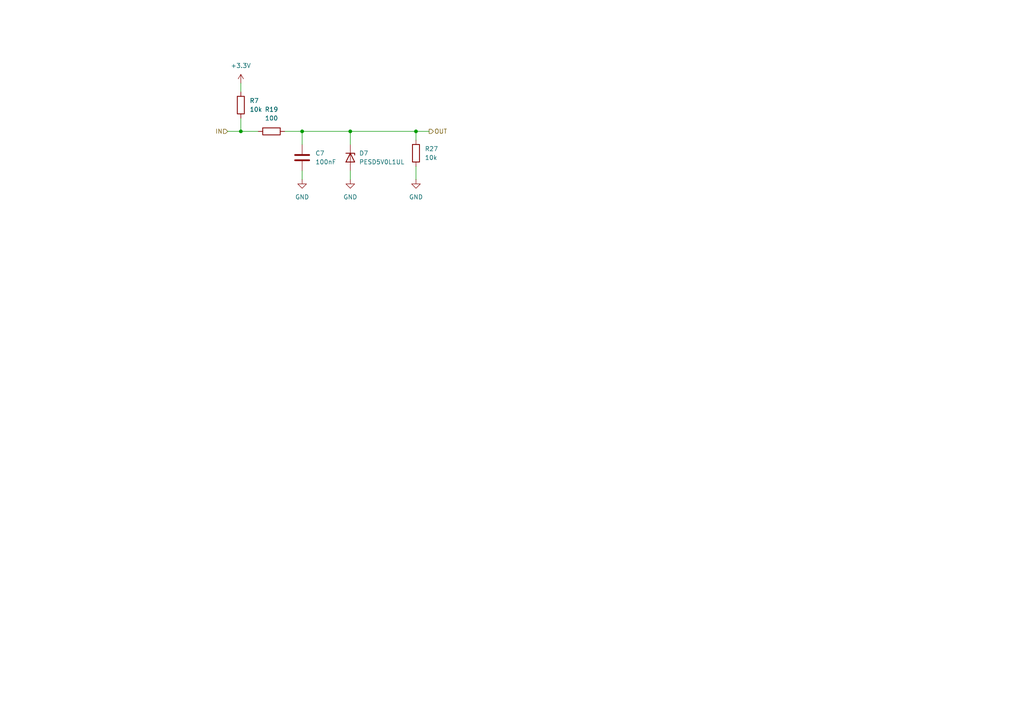
<source format=kicad_sch>
(kicad_sch
	(version 20250114)
	(generator "eeschema")
	(generator_version "9.0")
	(uuid "ee6ccbaf-746a-48cf-a995-1f83cf2486d0")
	(paper "A4")
	(lib_symbols
		(symbol "Device:C"
			(pin_numbers
				(hide yes)
			)
			(pin_names
				(offset 0.254)
			)
			(exclude_from_sim no)
			(in_bom yes)
			(on_board yes)
			(property "Reference" "C"
				(at 0.635 2.54 0)
				(effects
					(font
						(size 1.27 1.27)
					)
					(justify left)
				)
			)
			(property "Value" "C"
				(at 0.635 -2.54 0)
				(effects
					(font
						(size 1.27 1.27)
					)
					(justify left)
				)
			)
			(property "Footprint" ""
				(at 0.9652 -3.81 0)
				(effects
					(font
						(size 1.27 1.27)
					)
					(hide yes)
				)
			)
			(property "Datasheet" "~"
				(at 0 0 0)
				(effects
					(font
						(size 1.27 1.27)
					)
					(hide yes)
				)
			)
			(property "Description" "Unpolarized capacitor"
				(at 0 0 0)
				(effects
					(font
						(size 1.27 1.27)
					)
					(hide yes)
				)
			)
			(property "ki_keywords" "cap capacitor"
				(at 0 0 0)
				(effects
					(font
						(size 1.27 1.27)
					)
					(hide yes)
				)
			)
			(property "ki_fp_filters" "C_*"
				(at 0 0 0)
				(effects
					(font
						(size 1.27 1.27)
					)
					(hide yes)
				)
			)
			(symbol "C_0_1"
				(polyline
					(pts
						(xy -2.032 0.762) (xy 2.032 0.762)
					)
					(stroke
						(width 0.508)
						(type default)
					)
					(fill
						(type none)
					)
				)
				(polyline
					(pts
						(xy -2.032 -0.762) (xy 2.032 -0.762)
					)
					(stroke
						(width 0.508)
						(type default)
					)
					(fill
						(type none)
					)
				)
			)
			(symbol "C_1_1"
				(pin passive line
					(at 0 3.81 270)
					(length 2.794)
					(name "~"
						(effects
							(font
								(size 1.27 1.27)
							)
						)
					)
					(number "1"
						(effects
							(font
								(size 1.27 1.27)
							)
						)
					)
				)
				(pin passive line
					(at 0 -3.81 90)
					(length 2.794)
					(name "~"
						(effects
							(font
								(size 1.27 1.27)
							)
						)
					)
					(number "2"
						(effects
							(font
								(size 1.27 1.27)
							)
						)
					)
				)
			)
			(embedded_fonts no)
		)
		(symbol "Device:R"
			(pin_numbers
				(hide yes)
			)
			(pin_names
				(offset 0)
			)
			(exclude_from_sim no)
			(in_bom yes)
			(on_board yes)
			(property "Reference" "R"
				(at 2.032 0 90)
				(effects
					(font
						(size 1.27 1.27)
					)
				)
			)
			(property "Value" "R"
				(at 0 0 90)
				(effects
					(font
						(size 1.27 1.27)
					)
				)
			)
			(property "Footprint" ""
				(at -1.778 0 90)
				(effects
					(font
						(size 1.27 1.27)
					)
					(hide yes)
				)
			)
			(property "Datasheet" "~"
				(at 0 0 0)
				(effects
					(font
						(size 1.27 1.27)
					)
					(hide yes)
				)
			)
			(property "Description" "Resistor"
				(at 0 0 0)
				(effects
					(font
						(size 1.27 1.27)
					)
					(hide yes)
				)
			)
			(property "ki_keywords" "R res resistor"
				(at 0 0 0)
				(effects
					(font
						(size 1.27 1.27)
					)
					(hide yes)
				)
			)
			(property "ki_fp_filters" "R_*"
				(at 0 0 0)
				(effects
					(font
						(size 1.27 1.27)
					)
					(hide yes)
				)
			)
			(symbol "R_0_1"
				(rectangle
					(start -1.016 -2.54)
					(end 1.016 2.54)
					(stroke
						(width 0.254)
						(type default)
					)
					(fill
						(type none)
					)
				)
			)
			(symbol "R_1_1"
				(pin passive line
					(at 0 3.81 270)
					(length 1.27)
					(name "~"
						(effects
							(font
								(size 1.27 1.27)
							)
						)
					)
					(number "1"
						(effects
							(font
								(size 1.27 1.27)
							)
						)
					)
				)
				(pin passive line
					(at 0 -3.81 90)
					(length 1.27)
					(name "~"
						(effects
							(font
								(size 1.27 1.27)
							)
						)
					)
					(number "2"
						(effects
							(font
								(size 1.27 1.27)
							)
						)
					)
				)
			)
			(embedded_fonts no)
		)
		(symbol "Diode:PESD5V0L1UL"
			(pin_numbers
				(hide yes)
			)
			(pin_names
				(hide yes)
			)
			(exclude_from_sim no)
			(in_bom yes)
			(on_board yes)
			(property "Reference" "D"
				(at 0 2.54 0)
				(effects
					(font
						(size 1.27 1.27)
					)
				)
			)
			(property "Value" "PESD5V0L1UL"
				(at 0 -2.54 0)
				(effects
					(font
						(size 1.27 1.27)
					)
				)
			)
			(property "Footprint" "Diode_SMD:D_SOD-882"
				(at 0 -5.08 0)
				(effects
					(font
						(size 1.27 1.27)
					)
					(hide yes)
				)
			)
			(property "Datasheet" "https://assets.nexperia.com/documents/data-sheet/PESD5V0L1UL.pdf"
				(at 0 5.08 0)
				(effects
					(font
						(size 1.27 1.27)
					)
					(hide yes)
				)
			)
			(property "Description" "Low capacitance unidirectional ESD protection diode, 5V, SOD-882"
				(at 0 7.62 0)
				(effects
					(font
						(size 1.27 1.27)
					)
					(hide yes)
				)
			)
			(property "ki_keywords" "diode"
				(at 0 0 0)
				(effects
					(font
						(size 1.27 1.27)
					)
					(hide yes)
				)
			)
			(property "ki_fp_filters" "D*SOD?882"
				(at 0 0 0)
				(effects
					(font
						(size 1.27 1.27)
					)
					(hide yes)
				)
			)
			(symbol "PESD5V0L1UL_0_1"
				(polyline
					(pts
						(xy -1.27 -1.27) (xy -1.27 1.27) (xy -0.762 1.27)
					)
					(stroke
						(width 0.254)
						(type default)
					)
					(fill
						(type none)
					)
				)
				(polyline
					(pts
						(xy 1.27 0) (xy -1.27 0)
					)
					(stroke
						(width 0)
						(type default)
					)
					(fill
						(type none)
					)
				)
				(polyline
					(pts
						(xy 1.27 -1.27) (xy 1.27 1.27) (xy -1.27 0) (xy 1.27 -1.27)
					)
					(stroke
						(width 0.254)
						(type default)
					)
					(fill
						(type none)
					)
				)
			)
			(symbol "PESD5V0L1UL_1_1"
				(pin passive line
					(at -3.81 0 0)
					(length 2.54)
					(name "K"
						(effects
							(font
								(size 1.27 1.27)
							)
						)
					)
					(number "1"
						(effects
							(font
								(size 1.27 1.27)
							)
						)
					)
				)
				(pin passive line
					(at 3.81 0 180)
					(length 2.54)
					(name "A"
						(effects
							(font
								(size 1.27 1.27)
							)
						)
					)
					(number "2"
						(effects
							(font
								(size 1.27 1.27)
							)
						)
					)
				)
			)
			(embedded_fonts no)
		)
		(symbol "power:+3.3V"
			(power)
			(pin_numbers
				(hide yes)
			)
			(pin_names
				(offset 0)
				(hide yes)
			)
			(exclude_from_sim no)
			(in_bom yes)
			(on_board yes)
			(property "Reference" "#PWR"
				(at 0 -3.81 0)
				(effects
					(font
						(size 1.27 1.27)
					)
					(hide yes)
				)
			)
			(property "Value" "+3.3V"
				(at 0 3.556 0)
				(effects
					(font
						(size 1.27 1.27)
					)
				)
			)
			(property "Footprint" ""
				(at 0 0 0)
				(effects
					(font
						(size 1.27 1.27)
					)
					(hide yes)
				)
			)
			(property "Datasheet" ""
				(at 0 0 0)
				(effects
					(font
						(size 1.27 1.27)
					)
					(hide yes)
				)
			)
			(property "Description" "Power symbol creates a global label with name \"+3.3V\""
				(at 0 0 0)
				(effects
					(font
						(size 1.27 1.27)
					)
					(hide yes)
				)
			)
			(property "ki_keywords" "global power"
				(at 0 0 0)
				(effects
					(font
						(size 1.27 1.27)
					)
					(hide yes)
				)
			)
			(symbol "+3.3V_0_1"
				(polyline
					(pts
						(xy -0.762 1.27) (xy 0 2.54)
					)
					(stroke
						(width 0)
						(type default)
					)
					(fill
						(type none)
					)
				)
				(polyline
					(pts
						(xy 0 2.54) (xy 0.762 1.27)
					)
					(stroke
						(width 0)
						(type default)
					)
					(fill
						(type none)
					)
				)
				(polyline
					(pts
						(xy 0 0) (xy 0 2.54)
					)
					(stroke
						(width 0)
						(type default)
					)
					(fill
						(type none)
					)
				)
			)
			(symbol "+3.3V_1_1"
				(pin power_in line
					(at 0 0 90)
					(length 0)
					(name "~"
						(effects
							(font
								(size 1.27 1.27)
							)
						)
					)
					(number "1"
						(effects
							(font
								(size 1.27 1.27)
							)
						)
					)
				)
			)
			(embedded_fonts no)
		)
		(symbol "power:GND"
			(power)
			(pin_numbers
				(hide yes)
			)
			(pin_names
				(offset 0)
				(hide yes)
			)
			(exclude_from_sim no)
			(in_bom yes)
			(on_board yes)
			(property "Reference" "#PWR"
				(at 0 -6.35 0)
				(effects
					(font
						(size 1.27 1.27)
					)
					(hide yes)
				)
			)
			(property "Value" "GND"
				(at 0 -3.81 0)
				(effects
					(font
						(size 1.27 1.27)
					)
				)
			)
			(property "Footprint" ""
				(at 0 0 0)
				(effects
					(font
						(size 1.27 1.27)
					)
					(hide yes)
				)
			)
			(property "Datasheet" ""
				(at 0 0 0)
				(effects
					(font
						(size 1.27 1.27)
					)
					(hide yes)
				)
			)
			(property "Description" "Power symbol creates a global label with name \"GND\" , ground"
				(at 0 0 0)
				(effects
					(font
						(size 1.27 1.27)
					)
					(hide yes)
				)
			)
			(property "ki_keywords" "global power"
				(at 0 0 0)
				(effects
					(font
						(size 1.27 1.27)
					)
					(hide yes)
				)
			)
			(symbol "GND_0_1"
				(polyline
					(pts
						(xy 0 0) (xy 0 -1.27) (xy 1.27 -1.27) (xy 0 -2.54) (xy -1.27 -1.27) (xy 0 -1.27)
					)
					(stroke
						(width 0)
						(type default)
					)
					(fill
						(type none)
					)
				)
			)
			(symbol "GND_1_1"
				(pin power_in line
					(at 0 0 270)
					(length 0)
					(name "~"
						(effects
							(font
								(size 1.27 1.27)
							)
						)
					)
					(number "1"
						(effects
							(font
								(size 1.27 1.27)
							)
						)
					)
				)
			)
			(embedded_fonts no)
		)
	)
	(junction
		(at 101.6 38.1)
		(diameter 0)
		(color 0 0 0 0)
		(uuid "04d3dd8c-d86f-4de4-818f-d87717b8bc7a")
	)
	(junction
		(at 87.63 38.1)
		(diameter 0)
		(color 0 0 0 0)
		(uuid "7614bf89-de36-4e3a-a16d-7ed2f0e375d6")
	)
	(junction
		(at 69.85 38.1)
		(diameter 0)
		(color 0 0 0 0)
		(uuid "7a4fbc4a-6e98-493d-a38a-432f80367c13")
	)
	(junction
		(at 120.65 38.1)
		(diameter 0)
		(color 0 0 0 0)
		(uuid "f40e41d6-d888-48ee-b998-ac2a926e36a3")
	)
	(wire
		(pts
			(xy 87.63 49.53) (xy 87.63 52.07)
		)
		(stroke
			(width 0)
			(type default)
		)
		(uuid "16b004e5-025e-4795-bb97-f3ef40c5b159")
	)
	(wire
		(pts
			(xy 120.65 38.1) (xy 120.65 40.64)
		)
		(stroke
			(width 0)
			(type default)
		)
		(uuid "20d10a54-8e6b-47c9-a93c-1ca37a2900c0")
	)
	(wire
		(pts
			(xy 101.6 49.53) (xy 101.6 52.07)
		)
		(stroke
			(width 0)
			(type default)
		)
		(uuid "2bf37922-e170-460e-97ff-b10e618ce9b9")
	)
	(wire
		(pts
			(xy 87.63 38.1) (xy 87.63 41.91)
		)
		(stroke
			(width 0)
			(type default)
		)
		(uuid "360f0a2d-eefa-4f89-b58d-1d813c1d7315")
	)
	(wire
		(pts
			(xy 66.04 38.1) (xy 69.85 38.1)
		)
		(stroke
			(width 0)
			(type default)
		)
		(uuid "4f871dec-7940-4634-972a-b8fdf2449502")
	)
	(wire
		(pts
			(xy 101.6 38.1) (xy 120.65 38.1)
		)
		(stroke
			(width 0)
			(type default)
		)
		(uuid "948bb5fe-e4eb-4f4c-90f1-637b85eec646")
	)
	(wire
		(pts
			(xy 82.55 38.1) (xy 87.63 38.1)
		)
		(stroke
			(width 0)
			(type default)
		)
		(uuid "9ec42aac-3f45-46ef-8129-87b6b124c18f")
	)
	(wire
		(pts
			(xy 120.65 48.26) (xy 120.65 52.07)
		)
		(stroke
			(width 0)
			(type default)
		)
		(uuid "a97bc722-d7b1-42ca-b0d0-7dd480562c49")
	)
	(wire
		(pts
			(xy 120.65 38.1) (xy 124.46 38.1)
		)
		(stroke
			(width 0)
			(type default)
		)
		(uuid "af42ddd3-8deb-4465-bf5a-20d62a9b0fde")
	)
	(wire
		(pts
			(xy 69.85 24.13) (xy 69.85 26.67)
		)
		(stroke
			(width 0)
			(type default)
		)
		(uuid "c65eb932-3dc9-407c-a148-af0f156fadfc")
	)
	(wire
		(pts
			(xy 101.6 38.1) (xy 101.6 41.91)
		)
		(stroke
			(width 0)
			(type default)
		)
		(uuid "ca8a9b8f-a6a7-4016-895e-242e85990048")
	)
	(wire
		(pts
			(xy 69.85 38.1) (xy 69.85 34.29)
		)
		(stroke
			(width 0)
			(type default)
		)
		(uuid "d1f206a7-8de4-4526-be87-37c6b621ee10")
	)
	(wire
		(pts
			(xy 74.93 38.1) (xy 69.85 38.1)
		)
		(stroke
			(width 0)
			(type default)
		)
		(uuid "dfd397e8-b79d-4bd1-89ef-8e78aaf463e2")
	)
	(wire
		(pts
			(xy 87.63 38.1) (xy 101.6 38.1)
		)
		(stroke
			(width 0)
			(type default)
		)
		(uuid "f129f7be-69b6-40cc-981c-b19295ff486e")
	)
	(hierarchical_label "IN"
		(shape input)
		(at 66.04 38.1 180)
		(effects
			(font
				(size 1.27 1.27)
			)
			(justify right)
		)
		(uuid "6f5f0a95-08fb-4911-954e-c876e0bfc6d5")
	)
	(hierarchical_label "OUT"
		(shape output)
		(at 124.46 38.1 0)
		(effects
			(font
				(size 1.27 1.27)
			)
			(justify left)
		)
		(uuid "982f16d0-39e7-4185-9084-8e7f818c5cf5")
	)
	(symbol
		(lib_id "Device:R")
		(at 69.85 30.48 0)
		(unit 1)
		(exclude_from_sim no)
		(in_bom yes)
		(on_board yes)
		(dnp no)
		(fields_autoplaced yes)
		(uuid "007325ba-af6e-4fed-bf7a-496921eb6ffd")
		(property "Reference" "R1"
			(at 72.39 29.2099 0)
			(effects
				(font
					(size 1.27 1.27)
				)
				(justify left)
			)
		)
		(property "Value" "10k"
			(at 72.39 31.7499 0)
			(effects
				(font
					(size 1.27 1.27)
				)
				(justify left)
			)
		)
		(property "Footprint" "Resistor_SMD:R_0603_1608Metric"
			(at 68.072 30.48 90)
			(effects
				(font
					(size 1.27 1.27)
				)
				(hide yes)
			)
		)
		(property "Datasheet" "~"
			(at 69.85 30.48 0)
			(effects
				(font
					(size 1.27 1.27)
				)
				(hide yes)
			)
		)
		(property "Description" "Resistor"
			(at 69.85 30.48 0)
			(effects
				(font
					(size 1.27 1.27)
				)
				(hide yes)
			)
		)
		(pin "2"
			(uuid "7639b890-c075-4b54-b169-746876b7d664")
		)
		(pin "1"
			(uuid "6941dbbc-2e90-4ee1-8111-7277dde5049f")
		)
		(instances
			(project ""
				(path "/1b977d99-1d22-4971-9e37-13f65a474bc7/be4a5a19-382f-465e-8ce7-b4d36dda7d2a/498ee43e-cb17-4bcb-97c5-78d25d4a76d9"
					(reference "R7")
					(unit 1)
				)
				(path "/1b977d99-1d22-4971-9e37-13f65a474bc7/be4a5a19-382f-465e-8ce7-b4d36dda7d2a/63227406-7c3d-4285-83a6-b42f83ceff6b"
					(reference "R2")
					(unit 1)
				)
				(path "/1b977d99-1d22-4971-9e37-13f65a474bc7/be4a5a19-382f-465e-8ce7-b4d36dda7d2a/79e0d816-1df9-4317-b364-7dca1077c0d3"
					(reference "R5")
					(unit 1)
				)
				(path "/1b977d99-1d22-4971-9e37-13f65a474bc7/be4a5a19-382f-465e-8ce7-b4d36dda7d2a/7bcfcb45-1e59-442b-9b75-6f4c16a8f83c"
					(reference "R4")
					(unit 1)
				)
				(path "/1b977d99-1d22-4971-9e37-13f65a474bc7/be4a5a19-382f-465e-8ce7-b4d36dda7d2a/8d930a81-6f29-4b62-9f3d-3538f0be8ed0"
					(reference "R6")
					(unit 1)
				)
				(path "/1b977d99-1d22-4971-9e37-13f65a474bc7/be4a5a19-382f-465e-8ce7-b4d36dda7d2a/a7a86acf-c198-486e-a42b-273da68a112d"
					(reference "R3")
					(unit 1)
				)
				(path "/1b977d99-1d22-4971-9e37-13f65a474bc7/be4a5a19-382f-465e-8ce7-b4d36dda7d2a/c68ead41-e356-4f95-bd9f-b2af4554166d"
					(reference "R1")
					(unit 1)
				)
			)
		)
	)
	(symbol
		(lib_id "power:+3.3V")
		(at 69.85 24.13 0)
		(unit 1)
		(exclude_from_sim no)
		(in_bom yes)
		(on_board yes)
		(dnp no)
		(fields_autoplaced yes)
		(uuid "2226ba7c-d55d-408e-8398-cfe2c88f9016")
		(property "Reference" "#PWR019"
			(at 69.85 27.94 0)
			(effects
				(font
					(size 1.27 1.27)
				)
				(hide yes)
			)
		)
		(property "Value" "+3.3V"
			(at 69.85 19.05 0)
			(effects
				(font
					(size 1.27 1.27)
				)
			)
		)
		(property "Footprint" ""
			(at 69.85 24.13 0)
			(effects
				(font
					(size 1.27 1.27)
				)
				(hide yes)
			)
		)
		(property "Datasheet" ""
			(at 69.85 24.13 0)
			(effects
				(font
					(size 1.27 1.27)
				)
				(hide yes)
			)
		)
		(property "Description" "Power symbol creates a global label with name \"+3.3V\""
			(at 69.85 24.13 0)
			(effects
				(font
					(size 1.27 1.27)
				)
				(hide yes)
			)
		)
		(pin "1"
			(uuid "0080a89a-7fc7-4d6c-b868-6fad57345dbb")
		)
		(instances
			(project ""
				(path "/1b977d99-1d22-4971-9e37-13f65a474bc7/be4a5a19-382f-465e-8ce7-b4d36dda7d2a/498ee43e-cb17-4bcb-97c5-78d25d4a76d9"
					(reference "#PWR025")
					(unit 1)
				)
				(path "/1b977d99-1d22-4971-9e37-13f65a474bc7/be4a5a19-382f-465e-8ce7-b4d36dda7d2a/63227406-7c3d-4285-83a6-b42f83ceff6b"
					(reference "#PWR020")
					(unit 1)
				)
				(path "/1b977d99-1d22-4971-9e37-13f65a474bc7/be4a5a19-382f-465e-8ce7-b4d36dda7d2a/79e0d816-1df9-4317-b364-7dca1077c0d3"
					(reference "#PWR023")
					(unit 1)
				)
				(path "/1b977d99-1d22-4971-9e37-13f65a474bc7/be4a5a19-382f-465e-8ce7-b4d36dda7d2a/7bcfcb45-1e59-442b-9b75-6f4c16a8f83c"
					(reference "#PWR022")
					(unit 1)
				)
				(path "/1b977d99-1d22-4971-9e37-13f65a474bc7/be4a5a19-382f-465e-8ce7-b4d36dda7d2a/8d930a81-6f29-4b62-9f3d-3538f0be8ed0"
					(reference "#PWR024")
					(unit 1)
				)
				(path "/1b977d99-1d22-4971-9e37-13f65a474bc7/be4a5a19-382f-465e-8ce7-b4d36dda7d2a/a7a86acf-c198-486e-a42b-273da68a112d"
					(reference "#PWR021")
					(unit 1)
				)
				(path "/1b977d99-1d22-4971-9e37-13f65a474bc7/be4a5a19-382f-465e-8ce7-b4d36dda7d2a/c68ead41-e356-4f95-bd9f-b2af4554166d"
					(reference "#PWR019")
					(unit 1)
				)
			)
		)
	)
	(symbol
		(lib_id "Diode:PESD5V0L1UL")
		(at 101.6 45.72 270)
		(unit 1)
		(exclude_from_sim no)
		(in_bom yes)
		(on_board yes)
		(dnp no)
		(fields_autoplaced yes)
		(uuid "47406610-ad53-496a-b323-bf2e318c7d08")
		(property "Reference" "D1"
			(at 104.14 44.4499 90)
			(effects
				(font
					(size 1.27 1.27)
				)
				(justify left)
			)
		)
		(property "Value" "PESD5V0L1UL"
			(at 104.14 46.9899 90)
			(effects
				(font
					(size 1.27 1.27)
				)
				(justify left)
			)
		)
		(property "Footprint" "Diode_SMD:D_SOD-882"
			(at 96.52 45.72 0)
			(effects
				(font
					(size 1.27 1.27)
				)
				(hide yes)
			)
		)
		(property "Datasheet" "https://assets.nexperia.com/documents/data-sheet/PESD5V0L1UL.pdf"
			(at 106.68 45.72 0)
			(effects
				(font
					(size 1.27 1.27)
				)
				(hide yes)
			)
		)
		(property "Description" "Low capacitance unidirectional ESD protection diode, 5V, SOD-882"
			(at 109.22 45.72 0)
			(effects
				(font
					(size 1.27 1.27)
				)
				(hide yes)
			)
		)
		(pin "2"
			(uuid "7ce03815-dd2e-4057-9ec0-ee681c86b9a9")
		)
		(pin "1"
			(uuid "40166b33-a66f-4a33-a812-512c79c2c29f")
		)
		(instances
			(project ""
				(path "/1b977d99-1d22-4971-9e37-13f65a474bc7/be4a5a19-382f-465e-8ce7-b4d36dda7d2a/498ee43e-cb17-4bcb-97c5-78d25d4a76d9"
					(reference "D7")
					(unit 1)
				)
				(path "/1b977d99-1d22-4971-9e37-13f65a474bc7/be4a5a19-382f-465e-8ce7-b4d36dda7d2a/63227406-7c3d-4285-83a6-b42f83ceff6b"
					(reference "D2")
					(unit 1)
				)
				(path "/1b977d99-1d22-4971-9e37-13f65a474bc7/be4a5a19-382f-465e-8ce7-b4d36dda7d2a/79e0d816-1df9-4317-b364-7dca1077c0d3"
					(reference "D5")
					(unit 1)
				)
				(path "/1b977d99-1d22-4971-9e37-13f65a474bc7/be4a5a19-382f-465e-8ce7-b4d36dda7d2a/7bcfcb45-1e59-442b-9b75-6f4c16a8f83c"
					(reference "D4")
					(unit 1)
				)
				(path "/1b977d99-1d22-4971-9e37-13f65a474bc7/be4a5a19-382f-465e-8ce7-b4d36dda7d2a/8d930a81-6f29-4b62-9f3d-3538f0be8ed0"
					(reference "D6")
					(unit 1)
				)
				(path "/1b977d99-1d22-4971-9e37-13f65a474bc7/be4a5a19-382f-465e-8ce7-b4d36dda7d2a/a7a86acf-c198-486e-a42b-273da68a112d"
					(reference "D3")
					(unit 1)
				)
				(path "/1b977d99-1d22-4971-9e37-13f65a474bc7/be4a5a19-382f-465e-8ce7-b4d36dda7d2a/c68ead41-e356-4f95-bd9f-b2af4554166d"
					(reference "D1")
					(unit 1)
				)
			)
		)
	)
	(symbol
		(lib_id "power:GND")
		(at 87.63 52.07 0)
		(unit 1)
		(exclude_from_sim no)
		(in_bom yes)
		(on_board yes)
		(dnp no)
		(fields_autoplaced yes)
		(uuid "87617763-838a-4b47-8d9f-fad3decb8433")
		(property "Reference" "#PWR011"
			(at 87.63 58.42 0)
			(effects
				(font
					(size 1.27 1.27)
				)
				(hide yes)
			)
		)
		(property "Value" "GND"
			(at 87.63 57.15 0)
			(effects
				(font
					(size 1.27 1.27)
				)
			)
		)
		(property "Footprint" ""
			(at 87.63 52.07 0)
			(effects
				(font
					(size 1.27 1.27)
				)
				(hide yes)
			)
		)
		(property "Datasheet" ""
			(at 87.63 52.07 0)
			(effects
				(font
					(size 1.27 1.27)
				)
				(hide yes)
			)
		)
		(property "Description" "Power symbol creates a global label with name \"GND\" , ground"
			(at 87.63 52.07 0)
			(effects
				(font
					(size 1.27 1.27)
				)
				(hide yes)
			)
		)
		(pin "1"
			(uuid "f0b86ce7-cf11-4a22-bcd0-e8f79f956202")
		)
		(instances
			(project ""
				(path "/1b977d99-1d22-4971-9e37-13f65a474bc7/be4a5a19-382f-465e-8ce7-b4d36dda7d2a/498ee43e-cb17-4bcb-97c5-78d25d4a76d9"
					(reference "#PWR017")
					(unit 1)
				)
				(path "/1b977d99-1d22-4971-9e37-13f65a474bc7/be4a5a19-382f-465e-8ce7-b4d36dda7d2a/63227406-7c3d-4285-83a6-b42f83ceff6b"
					(reference "#PWR012")
					(unit 1)
				)
				(path "/1b977d99-1d22-4971-9e37-13f65a474bc7/be4a5a19-382f-465e-8ce7-b4d36dda7d2a/79e0d816-1df9-4317-b364-7dca1077c0d3"
					(reference "#PWR015")
					(unit 1)
				)
				(path "/1b977d99-1d22-4971-9e37-13f65a474bc7/be4a5a19-382f-465e-8ce7-b4d36dda7d2a/7bcfcb45-1e59-442b-9b75-6f4c16a8f83c"
					(reference "#PWR014")
					(unit 1)
				)
				(path "/1b977d99-1d22-4971-9e37-13f65a474bc7/be4a5a19-382f-465e-8ce7-b4d36dda7d2a/8d930a81-6f29-4b62-9f3d-3538f0be8ed0"
					(reference "#PWR016")
					(unit 1)
				)
				(path "/1b977d99-1d22-4971-9e37-13f65a474bc7/be4a5a19-382f-465e-8ce7-b4d36dda7d2a/a7a86acf-c198-486e-a42b-273da68a112d"
					(reference "#PWR013")
					(unit 1)
				)
				(path "/1b977d99-1d22-4971-9e37-13f65a474bc7/be4a5a19-382f-465e-8ce7-b4d36dda7d2a/c68ead41-e356-4f95-bd9f-b2af4554166d"
					(reference "#PWR011")
					(unit 1)
				)
			)
		)
	)
	(symbol
		(lib_id "Device:C")
		(at 87.63 45.72 0)
		(unit 1)
		(exclude_from_sim no)
		(in_bom yes)
		(on_board yes)
		(dnp no)
		(fields_autoplaced yes)
		(uuid "a6c9feb4-fdde-4a3c-99e7-c124a8a57d31")
		(property "Reference" "C1"
			(at 91.44 44.4499 0)
			(effects
				(font
					(size 1.27 1.27)
				)
				(justify left)
			)
		)
		(property "Value" "100nF"
			(at 91.44 46.9899 0)
			(effects
				(font
					(size 1.27 1.27)
				)
				(justify left)
			)
		)
		(property "Footprint" "Capacitor_SMD:C_0201_0603Metric"
			(at 88.5952 49.53 0)
			(effects
				(font
					(size 1.27 1.27)
				)
				(hide yes)
			)
		)
		(property "Datasheet" "~"
			(at 87.63 45.72 0)
			(effects
				(font
					(size 1.27 1.27)
				)
				(hide yes)
			)
		)
		(property "Description" "Unpolarized capacitor"
			(at 87.63 45.72 0)
			(effects
				(font
					(size 1.27 1.27)
				)
				(hide yes)
			)
		)
		(pin "1"
			(uuid "2aa49a0f-4dc5-40e6-b04a-ba073a7dd61e")
		)
		(pin "2"
			(uuid "697542a1-f0d4-437f-9ca7-9b53cbc4fe65")
		)
		(instances
			(project ""
				(path "/1b977d99-1d22-4971-9e37-13f65a474bc7/be4a5a19-382f-465e-8ce7-b4d36dda7d2a/498ee43e-cb17-4bcb-97c5-78d25d4a76d9"
					(reference "C7")
					(unit 1)
				)
				(path "/1b977d99-1d22-4971-9e37-13f65a474bc7/be4a5a19-382f-465e-8ce7-b4d36dda7d2a/63227406-7c3d-4285-83a6-b42f83ceff6b"
					(reference "C2")
					(unit 1)
				)
				(path "/1b977d99-1d22-4971-9e37-13f65a474bc7/be4a5a19-382f-465e-8ce7-b4d36dda7d2a/79e0d816-1df9-4317-b364-7dca1077c0d3"
					(reference "C5")
					(unit 1)
				)
				(path "/1b977d99-1d22-4971-9e37-13f65a474bc7/be4a5a19-382f-465e-8ce7-b4d36dda7d2a/7bcfcb45-1e59-442b-9b75-6f4c16a8f83c"
					(reference "C4")
					(unit 1)
				)
				(path "/1b977d99-1d22-4971-9e37-13f65a474bc7/be4a5a19-382f-465e-8ce7-b4d36dda7d2a/8d930a81-6f29-4b62-9f3d-3538f0be8ed0"
					(reference "C6")
					(unit 1)
				)
				(path "/1b977d99-1d22-4971-9e37-13f65a474bc7/be4a5a19-382f-465e-8ce7-b4d36dda7d2a/a7a86acf-c198-486e-a42b-273da68a112d"
					(reference "C3")
					(unit 1)
				)
				(path "/1b977d99-1d22-4971-9e37-13f65a474bc7/be4a5a19-382f-465e-8ce7-b4d36dda7d2a/c68ead41-e356-4f95-bd9f-b2af4554166d"
					(reference "C1")
					(unit 1)
				)
			)
		)
	)
	(symbol
		(lib_id "Device:R")
		(at 120.65 44.45 0)
		(unit 1)
		(exclude_from_sim no)
		(in_bom yes)
		(on_board yes)
		(dnp no)
		(fields_autoplaced yes)
		(uuid "d8ee4e96-059f-4ee8-8a39-ce0c50b432b2")
		(property "Reference" "R21"
			(at 123.19 43.1799 0)
			(effects
				(font
					(size 1.27 1.27)
				)
				(justify left)
			)
		)
		(property "Value" "10k"
			(at 123.19 45.7199 0)
			(effects
				(font
					(size 1.27 1.27)
				)
				(justify left)
			)
		)
		(property "Footprint" "Resistor_SMD:R_0603_1608Metric"
			(at 118.872 44.45 90)
			(effects
				(font
					(size 1.27 1.27)
				)
				(hide yes)
			)
		)
		(property "Datasheet" "~"
			(at 120.65 44.45 0)
			(effects
				(font
					(size 1.27 1.27)
				)
				(hide yes)
			)
		)
		(property "Description" "Resistor"
			(at 120.65 44.45 0)
			(effects
				(font
					(size 1.27 1.27)
				)
				(hide yes)
			)
		)
		(pin "2"
			(uuid "85727843-6ec2-4574-8b0d-2f112b22be84")
		)
		(pin "1"
			(uuid "1d4c7935-f8af-4690-a758-42d22b1d5564")
		)
		(instances
			(project "Micro_puerta"
				(path "/1b977d99-1d22-4971-9e37-13f65a474bc7/be4a5a19-382f-465e-8ce7-b4d36dda7d2a/498ee43e-cb17-4bcb-97c5-78d25d4a76d9"
					(reference "R27")
					(unit 1)
				)
				(path "/1b977d99-1d22-4971-9e37-13f65a474bc7/be4a5a19-382f-465e-8ce7-b4d36dda7d2a/63227406-7c3d-4285-83a6-b42f83ceff6b"
					(reference "R22")
					(unit 1)
				)
				(path "/1b977d99-1d22-4971-9e37-13f65a474bc7/be4a5a19-382f-465e-8ce7-b4d36dda7d2a/79e0d816-1df9-4317-b364-7dca1077c0d3"
					(reference "R25")
					(unit 1)
				)
				(path "/1b977d99-1d22-4971-9e37-13f65a474bc7/be4a5a19-382f-465e-8ce7-b4d36dda7d2a/7bcfcb45-1e59-442b-9b75-6f4c16a8f83c"
					(reference "R24")
					(unit 1)
				)
				(path "/1b977d99-1d22-4971-9e37-13f65a474bc7/be4a5a19-382f-465e-8ce7-b4d36dda7d2a/8d930a81-6f29-4b62-9f3d-3538f0be8ed0"
					(reference "R26")
					(unit 1)
				)
				(path "/1b977d99-1d22-4971-9e37-13f65a474bc7/be4a5a19-382f-465e-8ce7-b4d36dda7d2a/a7a86acf-c198-486e-a42b-273da68a112d"
					(reference "R23")
					(unit 1)
				)
				(path "/1b977d99-1d22-4971-9e37-13f65a474bc7/be4a5a19-382f-465e-8ce7-b4d36dda7d2a/c68ead41-e356-4f95-bd9f-b2af4554166d"
					(reference "R21")
					(unit 1)
				)
			)
		)
	)
	(symbol
		(lib_id "Device:R")
		(at 78.74 38.1 90)
		(unit 1)
		(exclude_from_sim no)
		(in_bom yes)
		(on_board yes)
		(dnp no)
		(fields_autoplaced yes)
		(uuid "d946cb3e-2115-4923-a5a1-080c8b6ed092")
		(property "Reference" "R13"
			(at 78.74 31.75 90)
			(effects
				(font
					(size 1.27 1.27)
				)
			)
		)
		(property "Value" "100"
			(at 78.74 34.29 90)
			(effects
				(font
					(size 1.27 1.27)
				)
			)
		)
		(property "Footprint" "Resistor_SMD:R_0603_1608Metric"
			(at 78.74 39.878 90)
			(effects
				(font
					(size 1.27 1.27)
				)
				(hide yes)
			)
		)
		(property "Datasheet" "~"
			(at 78.74 38.1 0)
			(effects
				(font
					(size 1.27 1.27)
				)
				(hide yes)
			)
		)
		(property "Description" "Resistor"
			(at 78.74 38.1 0)
			(effects
				(font
					(size 1.27 1.27)
				)
				(hide yes)
			)
		)
		(pin "2"
			(uuid "28cc911e-760d-4b4c-b4a1-c605955f2b30")
		)
		(pin "1"
			(uuid "1a02ca89-a378-4a11-9438-4b4599223812")
		)
		(instances
			(project "Micro_puerta"
				(path "/1b977d99-1d22-4971-9e37-13f65a474bc7/be4a5a19-382f-465e-8ce7-b4d36dda7d2a/498ee43e-cb17-4bcb-97c5-78d25d4a76d9"
					(reference "R19")
					(unit 1)
				)
				(path "/1b977d99-1d22-4971-9e37-13f65a474bc7/be4a5a19-382f-465e-8ce7-b4d36dda7d2a/63227406-7c3d-4285-83a6-b42f83ceff6b"
					(reference "R14")
					(unit 1)
				)
				(path "/1b977d99-1d22-4971-9e37-13f65a474bc7/be4a5a19-382f-465e-8ce7-b4d36dda7d2a/79e0d816-1df9-4317-b364-7dca1077c0d3"
					(reference "R17")
					(unit 1)
				)
				(path "/1b977d99-1d22-4971-9e37-13f65a474bc7/be4a5a19-382f-465e-8ce7-b4d36dda7d2a/7bcfcb45-1e59-442b-9b75-6f4c16a8f83c"
					(reference "R16")
					(unit 1)
				)
				(path "/1b977d99-1d22-4971-9e37-13f65a474bc7/be4a5a19-382f-465e-8ce7-b4d36dda7d2a/8d930a81-6f29-4b62-9f3d-3538f0be8ed0"
					(reference "R18")
					(unit 1)
				)
				(path "/1b977d99-1d22-4971-9e37-13f65a474bc7/be4a5a19-382f-465e-8ce7-b4d36dda7d2a/a7a86acf-c198-486e-a42b-273da68a112d"
					(reference "R15")
					(unit 1)
				)
				(path "/1b977d99-1d22-4971-9e37-13f65a474bc7/be4a5a19-382f-465e-8ce7-b4d36dda7d2a/c68ead41-e356-4f95-bd9f-b2af4554166d"
					(reference "R13")
					(unit 1)
				)
			)
		)
	)
	(symbol
		(lib_id "power:GND")
		(at 120.65 52.07 0)
		(unit 1)
		(exclude_from_sim no)
		(in_bom yes)
		(on_board yes)
		(dnp no)
		(fields_autoplaced yes)
		(uuid "e8576de5-6428-4a82-9e09-b452694fed3b")
		(property "Reference" "#PWR035"
			(at 120.65 58.42 0)
			(effects
				(font
					(size 1.27 1.27)
				)
				(hide yes)
			)
		)
		(property "Value" "GND"
			(at 120.65 57.15 0)
			(effects
				(font
					(size 1.27 1.27)
				)
			)
		)
		(property "Footprint" ""
			(at 120.65 52.07 0)
			(effects
				(font
					(size 1.27 1.27)
				)
				(hide yes)
			)
		)
		(property "Datasheet" ""
			(at 120.65 52.07 0)
			(effects
				(font
					(size 1.27 1.27)
				)
				(hide yes)
			)
		)
		(property "Description" "Power symbol creates a global label with name \"GND\" , ground"
			(at 120.65 52.07 0)
			(effects
				(font
					(size 1.27 1.27)
				)
				(hide yes)
			)
		)
		(pin "1"
			(uuid "7d6ac083-5849-4867-aa12-e3f345ba8861")
		)
		(instances
			(project "Micro_puerta"
				(path "/1b977d99-1d22-4971-9e37-13f65a474bc7/be4a5a19-382f-465e-8ce7-b4d36dda7d2a/498ee43e-cb17-4bcb-97c5-78d25d4a76d9"
					(reference "#PWR041")
					(unit 1)
				)
				(path "/1b977d99-1d22-4971-9e37-13f65a474bc7/be4a5a19-382f-465e-8ce7-b4d36dda7d2a/63227406-7c3d-4285-83a6-b42f83ceff6b"
					(reference "#PWR036")
					(unit 1)
				)
				(path "/1b977d99-1d22-4971-9e37-13f65a474bc7/be4a5a19-382f-465e-8ce7-b4d36dda7d2a/79e0d816-1df9-4317-b364-7dca1077c0d3"
					(reference "#PWR039")
					(unit 1)
				)
				(path "/1b977d99-1d22-4971-9e37-13f65a474bc7/be4a5a19-382f-465e-8ce7-b4d36dda7d2a/7bcfcb45-1e59-442b-9b75-6f4c16a8f83c"
					(reference "#PWR038")
					(unit 1)
				)
				(path "/1b977d99-1d22-4971-9e37-13f65a474bc7/be4a5a19-382f-465e-8ce7-b4d36dda7d2a/8d930a81-6f29-4b62-9f3d-3538f0be8ed0"
					(reference "#PWR040")
					(unit 1)
				)
				(path "/1b977d99-1d22-4971-9e37-13f65a474bc7/be4a5a19-382f-465e-8ce7-b4d36dda7d2a/a7a86acf-c198-486e-a42b-273da68a112d"
					(reference "#PWR037")
					(unit 1)
				)
				(path "/1b977d99-1d22-4971-9e37-13f65a474bc7/be4a5a19-382f-465e-8ce7-b4d36dda7d2a/c68ead41-e356-4f95-bd9f-b2af4554166d"
					(reference "#PWR035")
					(unit 1)
				)
			)
		)
	)
	(symbol
		(lib_id "power:GND")
		(at 101.6 52.07 0)
		(unit 1)
		(exclude_from_sim no)
		(in_bom yes)
		(on_board yes)
		(dnp no)
		(fields_autoplaced yes)
		(uuid "f366ae73-3313-4036-b72c-856fcd4fe4c2")
		(property "Reference" "#PWR027"
			(at 101.6 58.42 0)
			(effects
				(font
					(size 1.27 1.27)
				)
				(hide yes)
			)
		)
		(property "Value" "GND"
			(at 101.6 57.15 0)
			(effects
				(font
					(size 1.27 1.27)
				)
			)
		)
		(property "Footprint" ""
			(at 101.6 52.07 0)
			(effects
				(font
					(size 1.27 1.27)
				)
				(hide yes)
			)
		)
		(property "Datasheet" ""
			(at 101.6 52.07 0)
			(effects
				(font
					(size 1.27 1.27)
				)
				(hide yes)
			)
		)
		(property "Description" "Power symbol creates a global label with name \"GND\" , ground"
			(at 101.6 52.07 0)
			(effects
				(font
					(size 1.27 1.27)
				)
				(hide yes)
			)
		)
		(pin "1"
			(uuid "1d40f7b5-d7d2-4164-acc3-c5ef510ce824")
		)
		(instances
			(project "Micro_puerta"
				(path "/1b977d99-1d22-4971-9e37-13f65a474bc7/be4a5a19-382f-465e-8ce7-b4d36dda7d2a/498ee43e-cb17-4bcb-97c5-78d25d4a76d9"
					(reference "#PWR033")
					(unit 1)
				)
				(path "/1b977d99-1d22-4971-9e37-13f65a474bc7/be4a5a19-382f-465e-8ce7-b4d36dda7d2a/63227406-7c3d-4285-83a6-b42f83ceff6b"
					(reference "#PWR028")
					(unit 1)
				)
				(path "/1b977d99-1d22-4971-9e37-13f65a474bc7/be4a5a19-382f-465e-8ce7-b4d36dda7d2a/79e0d816-1df9-4317-b364-7dca1077c0d3"
					(reference "#PWR031")
					(unit 1)
				)
				(path "/1b977d99-1d22-4971-9e37-13f65a474bc7/be4a5a19-382f-465e-8ce7-b4d36dda7d2a/7bcfcb45-1e59-442b-9b75-6f4c16a8f83c"
					(reference "#PWR030")
					(unit 1)
				)
				(path "/1b977d99-1d22-4971-9e37-13f65a474bc7/be4a5a19-382f-465e-8ce7-b4d36dda7d2a/8d930a81-6f29-4b62-9f3d-3538f0be8ed0"
					(reference "#PWR032")
					(unit 1)
				)
				(path "/1b977d99-1d22-4971-9e37-13f65a474bc7/be4a5a19-382f-465e-8ce7-b4d36dda7d2a/a7a86acf-c198-486e-a42b-273da68a112d"
					(reference "#PWR029")
					(unit 1)
				)
				(path "/1b977d99-1d22-4971-9e37-13f65a474bc7/be4a5a19-382f-465e-8ce7-b4d36dda7d2a/c68ead41-e356-4f95-bd9f-b2af4554166d"
					(reference "#PWR027")
					(unit 1)
				)
			)
		)
	)
)

</source>
